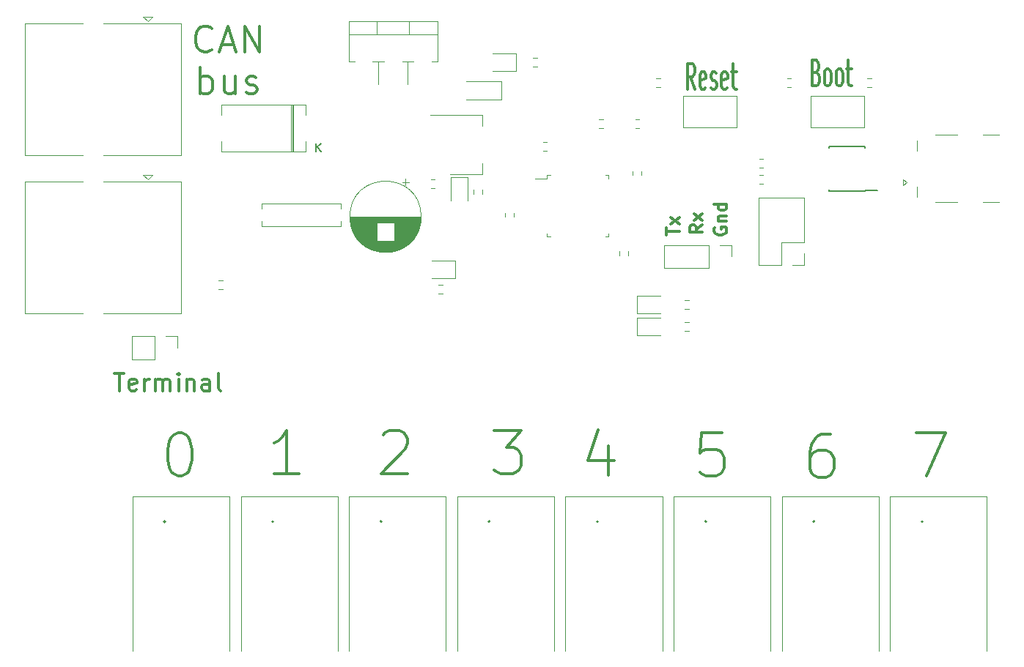
<source format=gbr>
G04 #@! TF.FileFunction,Legend,Top*
%FSLAX46Y46*%
G04 Gerber Fmt 4.6, Leading zero omitted, Abs format (unit mm)*
G04 Created by KiCad (PCBNEW 4.0.7) date Sat Feb 10 21:47:56 2018*
%MOMM*%
%LPD*%
G01*
G04 APERTURE LIST*
%ADD10C,0.100000*%
%ADD11C,0.300000*%
%ADD12C,0.120000*%
%ADD13C,0.200000*%
%ADD14C,0.150000*%
G04 APERTURE END LIST*
D10*
D11*
X31782523Y-107743762D02*
X32925380Y-107743762D01*
X32353952Y-109743762D02*
X32353952Y-107743762D01*
X34353952Y-109648524D02*
X34163476Y-109743762D01*
X33782524Y-109743762D01*
X33592047Y-109648524D01*
X33496809Y-109458048D01*
X33496809Y-108696143D01*
X33592047Y-108505667D01*
X33782524Y-108410429D01*
X34163476Y-108410429D01*
X34353952Y-108505667D01*
X34449190Y-108696143D01*
X34449190Y-108886619D01*
X33496809Y-109077095D01*
X35306333Y-109743762D02*
X35306333Y-108410429D01*
X35306333Y-108791381D02*
X35401572Y-108600905D01*
X35496810Y-108505667D01*
X35687286Y-108410429D01*
X35877762Y-108410429D01*
X36544428Y-109743762D02*
X36544428Y-108410429D01*
X36544428Y-108600905D02*
X36639667Y-108505667D01*
X36830143Y-108410429D01*
X37115857Y-108410429D01*
X37306333Y-108505667D01*
X37401571Y-108696143D01*
X37401571Y-109743762D01*
X37401571Y-108696143D02*
X37496809Y-108505667D01*
X37687286Y-108410429D01*
X37973000Y-108410429D01*
X38163476Y-108505667D01*
X38258714Y-108696143D01*
X38258714Y-109743762D01*
X39211095Y-109743762D02*
X39211095Y-108410429D01*
X39211095Y-107743762D02*
X39115857Y-107839000D01*
X39211095Y-107934238D01*
X39306334Y-107839000D01*
X39211095Y-107743762D01*
X39211095Y-107934238D01*
X40163476Y-108410429D02*
X40163476Y-109743762D01*
X40163476Y-108600905D02*
X40258715Y-108505667D01*
X40449191Y-108410429D01*
X40734905Y-108410429D01*
X40925381Y-108505667D01*
X41020619Y-108696143D01*
X41020619Y-109743762D01*
X42830143Y-109743762D02*
X42830143Y-108696143D01*
X42734905Y-108505667D01*
X42544429Y-108410429D01*
X42163477Y-108410429D01*
X41973000Y-108505667D01*
X42830143Y-109648524D02*
X42639667Y-109743762D01*
X42163477Y-109743762D01*
X41973000Y-109648524D01*
X41877762Y-109458048D01*
X41877762Y-109267571D01*
X41973000Y-109077095D01*
X42163477Y-108981857D01*
X42639667Y-108981857D01*
X42830143Y-108886619D01*
X44068239Y-109743762D02*
X43877763Y-109648524D01*
X43782524Y-109458048D01*
X43782524Y-107743762D01*
X43029428Y-70299429D02*
X42886571Y-70442286D01*
X42458000Y-70585143D01*
X42172286Y-70585143D01*
X41743714Y-70442286D01*
X41458000Y-70156571D01*
X41315143Y-69870857D01*
X41172286Y-69299429D01*
X41172286Y-68870857D01*
X41315143Y-68299429D01*
X41458000Y-68013714D01*
X41743714Y-67728000D01*
X42172286Y-67585143D01*
X42458000Y-67585143D01*
X42886571Y-67728000D01*
X43029428Y-67870857D01*
X44172286Y-69728000D02*
X45600857Y-69728000D01*
X43886571Y-70585143D02*
X44886571Y-67585143D01*
X45886571Y-70585143D01*
X46886572Y-70585143D02*
X46886572Y-67585143D01*
X48600857Y-70585143D01*
X48600857Y-67585143D01*
X41743715Y-75385143D02*
X41743715Y-72385143D01*
X41743715Y-73528000D02*
X42029429Y-73385143D01*
X42600858Y-73385143D01*
X42886572Y-73528000D01*
X43029429Y-73670857D01*
X43172286Y-73956571D01*
X43172286Y-74813714D01*
X43029429Y-75099429D01*
X42886572Y-75242286D01*
X42600858Y-75385143D01*
X42029429Y-75385143D01*
X41743715Y-75242286D01*
X45743715Y-73385143D02*
X45743715Y-75385143D01*
X44458001Y-73385143D02*
X44458001Y-74956571D01*
X44600858Y-75242286D01*
X44886572Y-75385143D01*
X45315144Y-75385143D01*
X45600858Y-75242286D01*
X45743715Y-75099429D01*
X47029430Y-75242286D02*
X47315144Y-75385143D01*
X47886572Y-75385143D01*
X48172287Y-75242286D01*
X48315144Y-74956571D01*
X48315144Y-74813714D01*
X48172287Y-74528000D01*
X47886572Y-74385143D01*
X47458001Y-74385143D01*
X47172287Y-74242286D01*
X47029430Y-73956571D01*
X47029430Y-73813714D01*
X47172287Y-73528000D01*
X47458001Y-73385143D01*
X47886572Y-73385143D01*
X48172287Y-73528000D01*
X124444334Y-114609905D02*
X127777667Y-114609905D01*
X125634810Y-119609905D01*
X114490381Y-114736905D02*
X113538000Y-114736905D01*
X113061810Y-114975000D01*
X112823715Y-115213095D01*
X112347524Y-115927381D01*
X112109429Y-116879762D01*
X112109429Y-118784524D01*
X112347524Y-119260714D01*
X112585619Y-119498810D01*
X113061810Y-119736905D01*
X114014191Y-119736905D01*
X114490381Y-119498810D01*
X114728477Y-119260714D01*
X114966572Y-118784524D01*
X114966572Y-117594048D01*
X114728477Y-117117857D01*
X114490381Y-116879762D01*
X114014191Y-116641667D01*
X113061810Y-116641667D01*
X112585619Y-116879762D01*
X112347524Y-117117857D01*
X112109429Y-117594048D01*
X102028477Y-114609905D02*
X99647524Y-114609905D01*
X99409429Y-116990857D01*
X99647524Y-116752762D01*
X100123715Y-116514667D01*
X101314191Y-116514667D01*
X101790381Y-116752762D01*
X102028477Y-116990857D01*
X102266572Y-117467048D01*
X102266572Y-118657524D01*
X102028477Y-119133714D01*
X101790381Y-119371810D01*
X101314191Y-119609905D01*
X100123715Y-119609905D01*
X99647524Y-119371810D01*
X99409429Y-119133714D01*
X88836381Y-116149571D02*
X88836381Y-119482905D01*
X87645905Y-114244810D02*
X86455429Y-117816238D01*
X89550667Y-117816238D01*
X75676334Y-114355905D02*
X78771572Y-114355905D01*
X77104905Y-116260667D01*
X77819191Y-116260667D01*
X78295381Y-116498762D01*
X78533477Y-116736857D01*
X78771572Y-117213048D01*
X78771572Y-118403524D01*
X78533477Y-118879714D01*
X78295381Y-119117810D01*
X77819191Y-119355905D01*
X76390619Y-119355905D01*
X75914429Y-119117810D01*
X75676334Y-118879714D01*
X62833429Y-114832095D02*
X63071524Y-114594000D01*
X63547715Y-114355905D01*
X64738191Y-114355905D01*
X65214381Y-114594000D01*
X65452477Y-114832095D01*
X65690572Y-115308286D01*
X65690572Y-115784476D01*
X65452477Y-116498762D01*
X62595334Y-119355905D01*
X65690572Y-119355905D01*
X53117572Y-119355905D02*
X50260429Y-119355905D01*
X51689000Y-119355905D02*
X51689000Y-114355905D01*
X51212810Y-115070190D01*
X50736619Y-115546381D01*
X50260429Y-115784476D01*
X39131905Y-114609905D02*
X39608096Y-114609905D01*
X40084286Y-114848000D01*
X40322381Y-115086095D01*
X40560477Y-115562286D01*
X40798572Y-116514667D01*
X40798572Y-117705143D01*
X40560477Y-118657524D01*
X40322381Y-119133714D01*
X40084286Y-119371810D01*
X39608096Y-119609905D01*
X39131905Y-119609905D01*
X38655715Y-119371810D01*
X38417619Y-119133714D01*
X38179524Y-118657524D01*
X37941429Y-117705143D01*
X37941429Y-116514667D01*
X38179524Y-115562286D01*
X38417619Y-115086095D01*
X38655715Y-114848000D01*
X39131905Y-114609905D01*
X95571571Y-91713714D02*
X95571571Y-90856571D01*
X97071571Y-91285142D02*
X95571571Y-91285142D01*
X97071571Y-90499428D02*
X96071571Y-89713714D01*
X96071571Y-90499428D02*
X97071571Y-89713714D01*
X99738571Y-90566857D02*
X99024286Y-91066857D01*
X99738571Y-91424000D02*
X98238571Y-91424000D01*
X98238571Y-90852572D01*
X98310000Y-90709714D01*
X98381429Y-90638286D01*
X98524286Y-90566857D01*
X98738571Y-90566857D01*
X98881429Y-90638286D01*
X98952857Y-90709714D01*
X99024286Y-90852572D01*
X99024286Y-91424000D01*
X99738571Y-90066857D02*
X98738571Y-89281143D01*
X98738571Y-90066857D02*
X99738571Y-89281143D01*
X101104000Y-90880286D02*
X101032571Y-91023143D01*
X101032571Y-91237429D01*
X101104000Y-91451714D01*
X101246857Y-91594572D01*
X101389714Y-91666000D01*
X101675429Y-91737429D01*
X101889714Y-91737429D01*
X102175429Y-91666000D01*
X102318286Y-91594572D01*
X102461143Y-91451714D01*
X102532571Y-91237429D01*
X102532571Y-91094572D01*
X102461143Y-90880286D01*
X102389714Y-90808857D01*
X101889714Y-90808857D01*
X101889714Y-91094572D01*
X101532571Y-90166000D02*
X102532571Y-90166000D01*
X101675429Y-90166000D02*
X101604000Y-90094572D01*
X101532571Y-89951714D01*
X101532571Y-89737429D01*
X101604000Y-89594572D01*
X101746857Y-89523143D01*
X102532571Y-89523143D01*
X102532571Y-88166000D02*
X101032571Y-88166000D01*
X102461143Y-88166000D02*
X102532571Y-88308857D01*
X102532571Y-88594571D01*
X102461143Y-88737429D01*
X102389714Y-88808857D01*
X102246857Y-88880286D01*
X101818286Y-88880286D01*
X101675429Y-88808857D01*
X101604000Y-88737429D01*
X101532571Y-88594571D01*
X101532571Y-88308857D01*
X101604000Y-88166000D01*
X98853858Y-74890143D02*
X98353858Y-73461571D01*
X97996715Y-74890143D02*
X97996715Y-71890143D01*
X98568143Y-71890143D01*
X98711001Y-72033000D01*
X98782429Y-72175857D01*
X98853858Y-72461571D01*
X98853858Y-72890143D01*
X98782429Y-73175857D01*
X98711001Y-73318714D01*
X98568143Y-73461571D01*
X97996715Y-73461571D01*
X100068143Y-74747286D02*
X99925286Y-74890143D01*
X99639572Y-74890143D01*
X99496715Y-74747286D01*
X99425286Y-74461571D01*
X99425286Y-73318714D01*
X99496715Y-73033000D01*
X99639572Y-72890143D01*
X99925286Y-72890143D01*
X100068143Y-73033000D01*
X100139572Y-73318714D01*
X100139572Y-73604429D01*
X99425286Y-73890143D01*
X100711000Y-74747286D02*
X100853857Y-74890143D01*
X101139572Y-74890143D01*
X101282429Y-74747286D01*
X101353857Y-74461571D01*
X101353857Y-74318714D01*
X101282429Y-74033000D01*
X101139572Y-73890143D01*
X100925286Y-73890143D01*
X100782429Y-73747286D01*
X100711000Y-73461571D01*
X100711000Y-73318714D01*
X100782429Y-73033000D01*
X100925286Y-72890143D01*
X101139572Y-72890143D01*
X101282429Y-73033000D01*
X102568143Y-74747286D02*
X102425286Y-74890143D01*
X102139572Y-74890143D01*
X101996715Y-74747286D01*
X101925286Y-74461571D01*
X101925286Y-73318714D01*
X101996715Y-73033000D01*
X102139572Y-72890143D01*
X102425286Y-72890143D01*
X102568143Y-73033000D01*
X102639572Y-73318714D01*
X102639572Y-73604429D01*
X101925286Y-73890143D01*
X103068143Y-72890143D02*
X103639572Y-72890143D01*
X103282429Y-71890143D02*
X103282429Y-74461571D01*
X103353857Y-74747286D01*
X103496715Y-74890143D01*
X103639572Y-74890143D01*
X112875429Y-72937714D02*
X113089715Y-73080571D01*
X113161143Y-73223429D01*
X113232572Y-73509143D01*
X113232572Y-73937714D01*
X113161143Y-74223429D01*
X113089715Y-74366286D01*
X112946857Y-74509143D01*
X112375429Y-74509143D01*
X112375429Y-71509143D01*
X112875429Y-71509143D01*
X113018286Y-71652000D01*
X113089715Y-71794857D01*
X113161143Y-72080571D01*
X113161143Y-72366286D01*
X113089715Y-72652000D01*
X113018286Y-72794857D01*
X112875429Y-72937714D01*
X112375429Y-72937714D01*
X114089715Y-74509143D02*
X113946857Y-74366286D01*
X113875429Y-74223429D01*
X113804000Y-73937714D01*
X113804000Y-73080571D01*
X113875429Y-72794857D01*
X113946857Y-72652000D01*
X114089715Y-72509143D01*
X114304000Y-72509143D01*
X114446857Y-72652000D01*
X114518286Y-72794857D01*
X114589715Y-73080571D01*
X114589715Y-73937714D01*
X114518286Y-74223429D01*
X114446857Y-74366286D01*
X114304000Y-74509143D01*
X114089715Y-74509143D01*
X115446858Y-74509143D02*
X115304000Y-74366286D01*
X115232572Y-74223429D01*
X115161143Y-73937714D01*
X115161143Y-73080571D01*
X115232572Y-72794857D01*
X115304000Y-72652000D01*
X115446858Y-72509143D01*
X115661143Y-72509143D01*
X115804000Y-72652000D01*
X115875429Y-72794857D01*
X115946858Y-73080571D01*
X115946858Y-73937714D01*
X115875429Y-74223429D01*
X115804000Y-74366286D01*
X115661143Y-74509143D01*
X115446858Y-74509143D01*
X116375429Y-72509143D02*
X116946858Y-72509143D01*
X116589715Y-71509143D02*
X116589715Y-74080571D01*
X116661143Y-74366286D01*
X116804001Y-74509143D01*
X116946858Y-74509143D01*
D12*
X83910000Y-139800000D02*
X83910000Y-122000000D01*
X83910000Y-122000000D02*
X95090000Y-122000000D01*
X95090000Y-122000000D02*
X95090000Y-139800000D01*
D13*
X87695000Y-124880000D02*
G75*
G03X87695000Y-124880000I-100000J0D01*
G01*
D12*
X71410000Y-139800000D02*
X71410000Y-122000000D01*
X71410000Y-122000000D02*
X82590000Y-122000000D01*
X82590000Y-122000000D02*
X82590000Y-139800000D01*
D13*
X75195000Y-124880000D02*
G75*
G03X75195000Y-124880000I-100000J0D01*
G01*
D12*
X33910000Y-139800000D02*
X33910000Y-122000000D01*
X33910000Y-122000000D02*
X45090000Y-122000000D01*
X45090000Y-122000000D02*
X45090000Y-139800000D01*
D13*
X37695000Y-124880000D02*
G75*
G03X37695000Y-124880000I-100000J0D01*
G01*
D12*
X46410000Y-139800000D02*
X46410000Y-122000000D01*
X46410000Y-122000000D02*
X57590000Y-122000000D01*
X57590000Y-122000000D02*
X57590000Y-139800000D01*
D13*
X50195000Y-124880000D02*
G75*
G03X50195000Y-124880000I-100000J0D01*
G01*
D12*
X58910000Y-139800000D02*
X58910000Y-122000000D01*
X58910000Y-122000000D02*
X70090000Y-122000000D01*
X70090000Y-122000000D02*
X70090000Y-139800000D01*
D13*
X62695000Y-124880000D02*
G75*
G03X62695000Y-124880000I-100000J0D01*
G01*
D12*
X96410000Y-139800000D02*
X96410000Y-122000000D01*
X96410000Y-122000000D02*
X107590000Y-122000000D01*
X107590000Y-122000000D02*
X107590000Y-139800000D01*
D13*
X100195000Y-124880000D02*
G75*
G03X100195000Y-124880000I-100000J0D01*
G01*
D12*
X108910000Y-139800000D02*
X108910000Y-122000000D01*
X108910000Y-122000000D02*
X120090000Y-122000000D01*
X120090000Y-122000000D02*
X120090000Y-139800000D01*
D13*
X112695000Y-124880000D02*
G75*
G03X112695000Y-124880000I-100000J0D01*
G01*
D12*
X121410000Y-139800000D02*
X121410000Y-122000000D01*
X121410000Y-122000000D02*
X132590000Y-122000000D01*
X132590000Y-122000000D02*
X132590000Y-139800000D01*
D13*
X125195000Y-124880000D02*
G75*
G03X125195000Y-124880000I-100000J0D01*
G01*
D12*
X72441000Y-76117000D02*
X76536000Y-76117000D01*
X76536000Y-76117000D02*
X76536000Y-73997000D01*
X76536000Y-73997000D02*
X72441000Y-73997000D01*
X67239000Y-89634000D02*
G75*
G03X67239000Y-89634000I-4120000J0D01*
G01*
X67199000Y-89634000D02*
X59039000Y-89634000D01*
X67199000Y-89674000D02*
X59039000Y-89674000D01*
X67199000Y-89714000D02*
X59039000Y-89714000D01*
X67198000Y-89754000D02*
X59040000Y-89754000D01*
X67196000Y-89794000D02*
X59042000Y-89794000D01*
X67195000Y-89834000D02*
X59043000Y-89834000D01*
X67193000Y-89874000D02*
X59045000Y-89874000D01*
X67190000Y-89914000D02*
X59048000Y-89914000D01*
X67187000Y-89954000D02*
X59051000Y-89954000D01*
X67184000Y-89994000D02*
X59054000Y-89994000D01*
X67180000Y-90034000D02*
X59058000Y-90034000D01*
X67176000Y-90074000D02*
X59062000Y-90074000D01*
X67171000Y-90114000D02*
X59067000Y-90114000D01*
X67167000Y-90154000D02*
X59071000Y-90154000D01*
X67161000Y-90194000D02*
X59077000Y-90194000D01*
X67156000Y-90234000D02*
X59082000Y-90234000D01*
X67149000Y-90274000D02*
X59089000Y-90274000D01*
X67143000Y-90314000D02*
X59095000Y-90314000D01*
X67136000Y-90355000D02*
X64159000Y-90355000D01*
X62079000Y-90355000D02*
X59102000Y-90355000D01*
X67129000Y-90395000D02*
X64159000Y-90395000D01*
X62079000Y-90395000D02*
X59109000Y-90395000D01*
X67121000Y-90435000D02*
X64159000Y-90435000D01*
X62079000Y-90435000D02*
X59117000Y-90435000D01*
X67113000Y-90475000D02*
X64159000Y-90475000D01*
X62079000Y-90475000D02*
X59125000Y-90475000D01*
X67104000Y-90515000D02*
X64159000Y-90515000D01*
X62079000Y-90515000D02*
X59134000Y-90515000D01*
X67095000Y-90555000D02*
X64159000Y-90555000D01*
X62079000Y-90555000D02*
X59143000Y-90555000D01*
X67086000Y-90595000D02*
X64159000Y-90595000D01*
X62079000Y-90595000D02*
X59152000Y-90595000D01*
X67076000Y-90635000D02*
X64159000Y-90635000D01*
X62079000Y-90635000D02*
X59162000Y-90635000D01*
X67066000Y-90675000D02*
X64159000Y-90675000D01*
X62079000Y-90675000D02*
X59172000Y-90675000D01*
X67055000Y-90715000D02*
X64159000Y-90715000D01*
X62079000Y-90715000D02*
X59183000Y-90715000D01*
X67044000Y-90755000D02*
X64159000Y-90755000D01*
X62079000Y-90755000D02*
X59194000Y-90755000D01*
X67033000Y-90795000D02*
X64159000Y-90795000D01*
X62079000Y-90795000D02*
X59205000Y-90795000D01*
X67021000Y-90835000D02*
X64159000Y-90835000D01*
X62079000Y-90835000D02*
X59217000Y-90835000D01*
X67008000Y-90875000D02*
X64159000Y-90875000D01*
X62079000Y-90875000D02*
X59230000Y-90875000D01*
X66996000Y-90915000D02*
X64159000Y-90915000D01*
X62079000Y-90915000D02*
X59242000Y-90915000D01*
X66982000Y-90955000D02*
X64159000Y-90955000D01*
X62079000Y-90955000D02*
X59256000Y-90955000D01*
X66969000Y-90995000D02*
X64159000Y-90995000D01*
X62079000Y-90995000D02*
X59269000Y-90995000D01*
X66954000Y-91035000D02*
X64159000Y-91035000D01*
X62079000Y-91035000D02*
X59284000Y-91035000D01*
X66940000Y-91075000D02*
X64159000Y-91075000D01*
X62079000Y-91075000D02*
X59298000Y-91075000D01*
X66924000Y-91115000D02*
X64159000Y-91115000D01*
X62079000Y-91115000D02*
X59314000Y-91115000D01*
X66909000Y-91155000D02*
X64159000Y-91155000D01*
X62079000Y-91155000D02*
X59329000Y-91155000D01*
X66893000Y-91195000D02*
X64159000Y-91195000D01*
X62079000Y-91195000D02*
X59345000Y-91195000D01*
X66876000Y-91235000D02*
X64159000Y-91235000D01*
X62079000Y-91235000D02*
X59362000Y-91235000D01*
X66859000Y-91275000D02*
X64159000Y-91275000D01*
X62079000Y-91275000D02*
X59379000Y-91275000D01*
X66841000Y-91315000D02*
X64159000Y-91315000D01*
X62079000Y-91315000D02*
X59397000Y-91315000D01*
X66823000Y-91355000D02*
X64159000Y-91355000D01*
X62079000Y-91355000D02*
X59415000Y-91355000D01*
X66805000Y-91395000D02*
X64159000Y-91395000D01*
X62079000Y-91395000D02*
X59433000Y-91395000D01*
X66785000Y-91435000D02*
X64159000Y-91435000D01*
X62079000Y-91435000D02*
X59453000Y-91435000D01*
X66766000Y-91475000D02*
X64159000Y-91475000D01*
X62079000Y-91475000D02*
X59472000Y-91475000D01*
X66746000Y-91515000D02*
X64159000Y-91515000D01*
X62079000Y-91515000D02*
X59492000Y-91515000D01*
X66725000Y-91555000D02*
X64159000Y-91555000D01*
X62079000Y-91555000D02*
X59513000Y-91555000D01*
X66703000Y-91595000D02*
X64159000Y-91595000D01*
X62079000Y-91595000D02*
X59535000Y-91595000D01*
X66681000Y-91635000D02*
X64159000Y-91635000D01*
X62079000Y-91635000D02*
X59557000Y-91635000D01*
X66659000Y-91675000D02*
X64159000Y-91675000D01*
X62079000Y-91675000D02*
X59579000Y-91675000D01*
X66636000Y-91715000D02*
X64159000Y-91715000D01*
X62079000Y-91715000D02*
X59602000Y-91715000D01*
X66612000Y-91755000D02*
X64159000Y-91755000D01*
X62079000Y-91755000D02*
X59626000Y-91755000D01*
X66588000Y-91795000D02*
X64159000Y-91795000D01*
X62079000Y-91795000D02*
X59650000Y-91795000D01*
X66563000Y-91835000D02*
X64159000Y-91835000D01*
X62079000Y-91835000D02*
X59675000Y-91835000D01*
X66537000Y-91875000D02*
X64159000Y-91875000D01*
X62079000Y-91875000D02*
X59701000Y-91875000D01*
X66511000Y-91915000D02*
X64159000Y-91915000D01*
X62079000Y-91915000D02*
X59727000Y-91915000D01*
X66484000Y-91955000D02*
X64159000Y-91955000D01*
X62079000Y-91955000D02*
X59754000Y-91955000D01*
X66457000Y-91995000D02*
X64159000Y-91995000D01*
X62079000Y-91995000D02*
X59781000Y-91995000D01*
X66428000Y-92035000D02*
X64159000Y-92035000D01*
X62079000Y-92035000D02*
X59810000Y-92035000D01*
X66399000Y-92075000D02*
X64159000Y-92075000D01*
X62079000Y-92075000D02*
X59839000Y-92075000D01*
X66369000Y-92115000D02*
X64159000Y-92115000D01*
X62079000Y-92115000D02*
X59869000Y-92115000D01*
X66339000Y-92155000D02*
X64159000Y-92155000D01*
X62079000Y-92155000D02*
X59899000Y-92155000D01*
X66308000Y-92195000D02*
X64159000Y-92195000D01*
X62079000Y-92195000D02*
X59930000Y-92195000D01*
X66275000Y-92235000D02*
X64159000Y-92235000D01*
X62079000Y-92235000D02*
X59963000Y-92235000D01*
X66243000Y-92275000D02*
X64159000Y-92275000D01*
X62079000Y-92275000D02*
X59995000Y-92275000D01*
X66209000Y-92315000D02*
X64159000Y-92315000D01*
X62079000Y-92315000D02*
X60029000Y-92315000D01*
X66174000Y-92355000D02*
X64159000Y-92355000D01*
X62079000Y-92355000D02*
X60064000Y-92355000D01*
X66138000Y-92395000D02*
X64159000Y-92395000D01*
X62079000Y-92395000D02*
X60100000Y-92395000D01*
X66102000Y-92435000D02*
X60136000Y-92435000D01*
X66064000Y-92475000D02*
X60174000Y-92475000D01*
X66026000Y-92515000D02*
X60212000Y-92515000D01*
X65986000Y-92555000D02*
X60252000Y-92555000D01*
X65945000Y-92595000D02*
X60293000Y-92595000D01*
X65903000Y-92635000D02*
X60335000Y-92635000D01*
X65860000Y-92675000D02*
X60378000Y-92675000D01*
X65816000Y-92715000D02*
X60422000Y-92715000D01*
X65770000Y-92755000D02*
X60468000Y-92755000D01*
X65723000Y-92795000D02*
X60515000Y-92795000D01*
X65675000Y-92835000D02*
X60563000Y-92835000D01*
X65624000Y-92875000D02*
X60614000Y-92875000D01*
X65573000Y-92915000D02*
X60665000Y-92915000D01*
X65519000Y-92955000D02*
X60719000Y-92955000D01*
X65464000Y-92995000D02*
X60774000Y-92995000D01*
X65406000Y-93035000D02*
X60832000Y-93035000D01*
X65347000Y-93075000D02*
X60891000Y-93075000D01*
X65285000Y-93115000D02*
X60953000Y-93115000D01*
X65221000Y-93155000D02*
X61017000Y-93155000D01*
X65153000Y-93195000D02*
X61085000Y-93195000D01*
X65083000Y-93235000D02*
X61155000Y-93235000D01*
X65009000Y-93275000D02*
X61229000Y-93275000D01*
X64932000Y-93315000D02*
X61306000Y-93315000D01*
X64850000Y-93355000D02*
X61388000Y-93355000D01*
X64764000Y-93395000D02*
X61474000Y-93395000D01*
X64671000Y-93435000D02*
X61567000Y-93435000D01*
X64572000Y-93475000D02*
X61666000Y-93475000D01*
X64465000Y-93515000D02*
X61773000Y-93515000D01*
X64348000Y-93555000D02*
X61890000Y-93555000D01*
X64217000Y-93595000D02*
X62021000Y-93595000D01*
X64067000Y-93635000D02*
X62171000Y-93635000D01*
X63887000Y-93675000D02*
X62351000Y-93675000D01*
X63652000Y-93715000D02*
X62586000Y-93715000D01*
X65434000Y-85224302D02*
X65434000Y-86024302D01*
X65834000Y-85624302D02*
X65034000Y-85624302D01*
X94835000Y-74678000D02*
X94395000Y-74678000D01*
X94835000Y-73658000D02*
X94395000Y-73658000D01*
X118779000Y-73658000D02*
X119219000Y-73658000D01*
X118779000Y-74678000D02*
X119219000Y-74678000D01*
X90168000Y-94073000D02*
X90168000Y-93633000D01*
X91188000Y-94073000D02*
X91188000Y-93633000D01*
X81754000Y-82044000D02*
X81314000Y-82044000D01*
X81754000Y-81024000D02*
X81314000Y-81024000D01*
X77980000Y-89188000D02*
X77980000Y-89628000D01*
X76960000Y-89188000D02*
X76960000Y-89628000D01*
X91692000Y-84802000D02*
X91692000Y-84362000D01*
X92712000Y-84802000D02*
X92712000Y-84362000D01*
X53907000Y-80915000D02*
X53907000Y-82100000D01*
X53907000Y-82100000D02*
X44137000Y-82100000D01*
X44137000Y-82100000D02*
X44137000Y-80915000D01*
X53907000Y-77835000D02*
X53907000Y-76650000D01*
X53907000Y-76650000D02*
X44137000Y-76650000D01*
X44137000Y-76650000D02*
X44137000Y-77835000D01*
X52357500Y-82100000D02*
X52357500Y-76650000D01*
X52237500Y-82100000D02*
X52237500Y-76650000D01*
X52477500Y-82100000D02*
X52477500Y-76650000D01*
X75454000Y-72765000D02*
X78154000Y-72765000D01*
X78154000Y-72765000D02*
X78154000Y-70745000D01*
X78154000Y-70745000D02*
X75454000Y-70745000D01*
X94853000Y-101352000D02*
X92153000Y-101352000D01*
X92153000Y-101352000D02*
X92153000Y-103372000D01*
X92153000Y-103372000D02*
X94853000Y-103372000D01*
X94853000Y-98812000D02*
X92153000Y-98812000D01*
X92153000Y-98812000D02*
X92153000Y-100832000D01*
X92153000Y-100832000D02*
X94853000Y-100832000D01*
X68469000Y-96768000D02*
X71169000Y-96768000D01*
X71169000Y-96768000D02*
X71169000Y-94748000D01*
X71169000Y-94748000D02*
X68469000Y-94748000D01*
X72638000Y-87741000D02*
X72638000Y-85041000D01*
X72638000Y-85041000D02*
X70618000Y-85041000D01*
X70618000Y-85041000D02*
X70618000Y-87741000D01*
X111439000Y-87443000D02*
X106239000Y-87443000D01*
X111439000Y-92583000D02*
X111439000Y-87443000D01*
X106239000Y-95183000D02*
X106239000Y-87443000D01*
X111439000Y-92583000D02*
X108839000Y-92583000D01*
X108839000Y-92583000D02*
X108839000Y-95183000D01*
X108839000Y-95183000D02*
X106239000Y-95183000D01*
X111439000Y-93853000D02*
X111439000Y-95183000D01*
X111439000Y-95183000D02*
X110109000Y-95183000D01*
X33849000Y-103445000D02*
X33849000Y-106105000D01*
X36449000Y-103445000D02*
X33849000Y-103445000D01*
X36449000Y-106105000D02*
X33849000Y-106105000D01*
X36449000Y-103445000D02*
X36449000Y-106105000D01*
X37719000Y-103445000D02*
X39049000Y-103445000D01*
X39049000Y-103445000D02*
X39049000Y-104775000D01*
X57960000Y-90718000D02*
X48840000Y-90718000D01*
X57960000Y-88098000D02*
X48840000Y-88098000D01*
X57960000Y-90718000D02*
X57960000Y-90158000D01*
X57960000Y-88658000D02*
X57960000Y-88098000D01*
X48840000Y-90718000D02*
X48840000Y-90158000D01*
X48840000Y-88658000D02*
X48840000Y-88098000D01*
X35137000Y-66485000D02*
X35687000Y-67035000D01*
X36187000Y-66485000D02*
X35137000Y-66485000D01*
X35687000Y-67035000D02*
X36187000Y-66485000D01*
X21467000Y-67315000D02*
X21467000Y-82555000D01*
X39497000Y-82555000D02*
X30507000Y-82545000D01*
X39497000Y-82555000D02*
X39497000Y-67315000D01*
X39497000Y-67315000D02*
X30497000Y-67315000D01*
X28167000Y-82545000D02*
X21467000Y-82555000D01*
X28177000Y-67315000D02*
X21467000Y-67315000D01*
X95317000Y-92904000D02*
X95317000Y-95564000D01*
X100457000Y-92904000D02*
X95317000Y-92904000D01*
X100457000Y-95564000D02*
X95317000Y-95564000D01*
X100457000Y-92904000D02*
X100457000Y-95564000D01*
X101727000Y-92904000D02*
X103057000Y-92904000D01*
X103057000Y-92904000D02*
X103057000Y-94234000D01*
X133989000Y-80124000D02*
X132089000Y-80124000D01*
X129189000Y-80174000D02*
X126589000Y-80174000D01*
X124489000Y-82024000D02*
X124489000Y-80824000D01*
X124489000Y-87324000D02*
X124489000Y-86124000D01*
X129189000Y-87974000D02*
X126589000Y-87974000D01*
X133989000Y-87974000D02*
X132089000Y-87974000D01*
X122889000Y-85324000D02*
X123339000Y-85674000D01*
X122889000Y-86024000D02*
X122889000Y-85324000D01*
X123339000Y-85674000D02*
X122889000Y-86024000D01*
X35137000Y-84773000D02*
X35687000Y-85323000D01*
X36187000Y-84773000D02*
X35137000Y-84773000D01*
X35687000Y-85323000D02*
X36187000Y-84773000D01*
X21467000Y-85603000D02*
X21467000Y-100843000D01*
X39497000Y-100843000D02*
X30507000Y-100833000D01*
X39497000Y-100843000D02*
X39497000Y-85603000D01*
X39497000Y-85603000D02*
X30497000Y-85603000D01*
X28167000Y-100833000D02*
X21467000Y-100843000D01*
X28177000Y-85603000D02*
X21467000Y-85603000D01*
X43849000Y-97026000D02*
X44289000Y-97026000D01*
X43849000Y-98046000D02*
X44289000Y-98046000D01*
X69689000Y-98554000D02*
X69249000Y-98554000D01*
X69689000Y-97534000D02*
X69249000Y-97534000D01*
X80611000Y-72265000D02*
X80171000Y-72265000D01*
X80611000Y-71245000D02*
X80171000Y-71245000D01*
X68360000Y-85342000D02*
X68800000Y-85342000D01*
X68360000Y-86362000D02*
X68800000Y-86362000D01*
X74297000Y-86521000D02*
X74297000Y-86961000D01*
X73277000Y-86521000D02*
X73277000Y-86961000D01*
X87791000Y-78357000D02*
X88231000Y-78357000D01*
X87791000Y-79377000D02*
X88231000Y-79377000D01*
X109948000Y-74678000D02*
X109508000Y-74678000D01*
X109948000Y-73658000D02*
X109508000Y-73658000D01*
X92422000Y-79377000D02*
X91982000Y-79377000D01*
X92422000Y-78357000D02*
X91982000Y-78357000D01*
X97697000Y-101852000D02*
X98137000Y-101852000D01*
X97697000Y-102872000D02*
X98137000Y-102872000D01*
X97697000Y-99312000D02*
X98137000Y-99312000D01*
X97697000Y-100332000D02*
X98137000Y-100332000D01*
X106709500Y-85854000D02*
X106269500Y-85854000D01*
X106709500Y-84834000D02*
X106269500Y-84834000D01*
X106709500Y-83949000D02*
X106269500Y-83949000D01*
X106709500Y-82929000D02*
X106269500Y-82929000D01*
X74300000Y-84690000D02*
X74300000Y-83430000D01*
X74300000Y-77870000D02*
X74300000Y-79130000D01*
X70540000Y-84690000D02*
X74300000Y-84690000D01*
X68290000Y-77870000D02*
X74300000Y-77870000D01*
X88904000Y-84832000D02*
X88904000Y-85252000D01*
X88904000Y-91952000D02*
X88904000Y-91532000D01*
X81784000Y-91952000D02*
X81784000Y-91532000D01*
X81784000Y-84832000D02*
X82204000Y-84832000D01*
X88904000Y-91952000D02*
X88484000Y-91952000D01*
X88904000Y-84832000D02*
X88484000Y-84832000D01*
X81784000Y-85252000D02*
X80404000Y-85252000D01*
X81784000Y-84832000D02*
X81784000Y-85252000D01*
X81784000Y-91952000D02*
X82204000Y-91952000D01*
X58858000Y-67008000D02*
X69099000Y-67008000D01*
X58858000Y-71649000D02*
X59529000Y-71649000D01*
X61629000Y-71649000D02*
X62914000Y-71649000D01*
X65044000Y-71649000D02*
X66314000Y-71649000D01*
X68444000Y-71649000D02*
X69099000Y-71649000D01*
X58858000Y-67008000D02*
X58858000Y-71649000D01*
X69099000Y-67008000D02*
X69099000Y-71649000D01*
X58858000Y-68517000D02*
X69099000Y-68517000D01*
X62129000Y-67008000D02*
X62129000Y-68517000D01*
X65829000Y-67008000D02*
X65829000Y-68517000D01*
X62279000Y-71649000D02*
X62279000Y-74263000D01*
X65679000Y-71649000D02*
X65679000Y-74263000D01*
X97524000Y-75660000D02*
X103644000Y-75660000D01*
X103644000Y-75660000D02*
X103644000Y-79280000D01*
X103644000Y-79280000D02*
X97524000Y-79280000D01*
X97524000Y-79280000D02*
X97524000Y-75660000D01*
X112256000Y-75660000D02*
X118376000Y-75660000D01*
X118376000Y-75660000D02*
X118376000Y-79280000D01*
X118376000Y-79280000D02*
X112256000Y-79280000D01*
X112256000Y-79280000D02*
X112256000Y-75660000D01*
D14*
X118534000Y-86649000D02*
X118534000Y-86599000D01*
X114384000Y-86649000D02*
X114384000Y-86504000D01*
X114384000Y-81499000D02*
X114384000Y-81644000D01*
X118534000Y-81499000D02*
X118534000Y-81644000D01*
X118534000Y-86649000D02*
X114384000Y-86649000D01*
X118534000Y-81499000D02*
X114384000Y-81499000D01*
X118534000Y-86599000D02*
X119934000Y-86599000D01*
X55110095Y-82127381D02*
X55110095Y-81127381D01*
X55681524Y-82127381D02*
X55252952Y-81555952D01*
X55681524Y-81127381D02*
X55110095Y-81698810D01*
M02*

</source>
